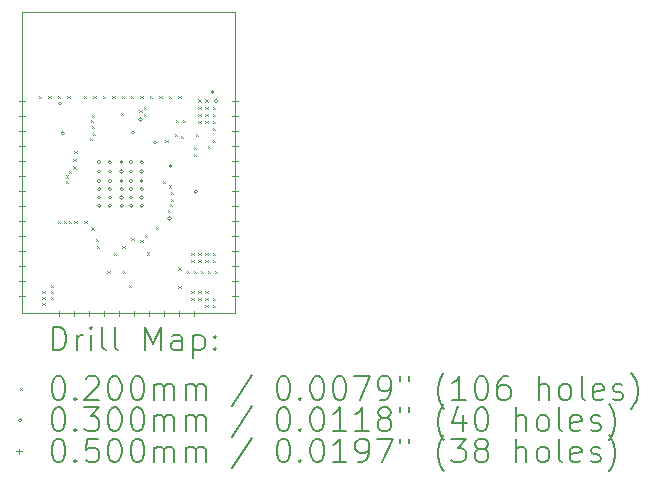
<source format=gbr>
%TF.GenerationSoftware,KiCad,Pcbnew,8.0.7*%
%TF.CreationDate,2025-03-21T18:26:34+05:30*%
%TF.ProjectId,ESP32,45535033-322e-46b6-9963-61645f706362,rev?*%
%TF.SameCoordinates,Original*%
%TF.FileFunction,Drillmap*%
%TF.FilePolarity,Positive*%
%FSLAX45Y45*%
G04 Gerber Fmt 4.5, Leading zero omitted, Abs format (unit mm)*
G04 Created by KiCad (PCBNEW 8.0.7) date 2025-03-21 18:26:34*
%MOMM*%
%LPD*%
G01*
G04 APERTURE LIST*
%ADD10C,0.050000*%
%ADD11C,0.200000*%
%ADD12C,0.100000*%
G04 APERTURE END LIST*
D10*
X11350000Y-7080000D02*
X13150000Y-7080000D01*
X13150000Y-9630000D01*
X11350000Y-9630000D01*
X11350000Y-7080000D01*
D11*
D12*
X11490000Y-7790000D02*
X11510000Y-7810000D01*
X11510000Y-7790000D02*
X11490000Y-7810000D01*
X11520000Y-9440000D02*
X11540000Y-9460000D01*
X11540000Y-9440000D02*
X11520000Y-9460000D01*
X11520000Y-9490000D02*
X11540000Y-9510000D01*
X11540000Y-9490000D02*
X11520000Y-9510000D01*
X11520000Y-9540000D02*
X11540000Y-9560000D01*
X11540000Y-9540000D02*
X11520000Y-9560000D01*
X11570000Y-7790000D02*
X11590000Y-7810000D01*
X11590000Y-7790000D02*
X11570000Y-7810000D01*
X11590000Y-9390000D02*
X11610000Y-9410000D01*
X11610000Y-9390000D02*
X11590000Y-9410000D01*
X11590000Y-9440000D02*
X11610000Y-9460000D01*
X11610000Y-9440000D02*
X11590000Y-9460000D01*
X11590000Y-9490000D02*
X11610000Y-9510000D01*
X11610000Y-9490000D02*
X11590000Y-9510000D01*
X11650000Y-7790000D02*
X11670000Y-7810000D01*
X11670000Y-7790000D02*
X11650000Y-7810000D01*
X11652000Y-8850000D02*
X11672000Y-8870000D01*
X11672000Y-8850000D02*
X11652000Y-8870000D01*
X11699000Y-8850000D02*
X11719000Y-8870000D01*
X11719000Y-8850000D02*
X11699000Y-8870000D01*
X11718949Y-8462759D02*
X11738949Y-8482759D01*
X11738949Y-8462759D02*
X11718949Y-8482759D01*
X11720018Y-8507747D02*
X11740018Y-8527747D01*
X11740018Y-8507747D02*
X11720018Y-8527747D01*
X11730000Y-7790000D02*
X11750000Y-7810000D01*
X11750000Y-7790000D02*
X11730000Y-7810000D01*
X11740586Y-8423302D02*
X11760586Y-8443302D01*
X11760586Y-8423302D02*
X11740586Y-8443302D01*
X11744000Y-8850000D02*
X11764000Y-8870000D01*
X11764000Y-8850000D02*
X11744000Y-8870000D01*
X11780000Y-8320000D02*
X11800000Y-8340000D01*
X11800000Y-8320000D02*
X11780000Y-8340000D01*
X11780000Y-8387000D02*
X11800000Y-8407000D01*
X11800000Y-8387000D02*
X11780000Y-8407000D01*
X11789001Y-8850000D02*
X11809001Y-8870000D01*
X11809001Y-8850000D02*
X11789001Y-8870000D01*
X11790224Y-8254776D02*
X11810224Y-8274776D01*
X11810224Y-8254776D02*
X11790224Y-8274776D01*
X11870000Y-7790000D02*
X11890000Y-7810000D01*
X11890000Y-7790000D02*
X11870000Y-7810000D01*
X11875000Y-8850000D02*
X11895000Y-8870000D01*
X11895000Y-8850000D02*
X11875000Y-8870000D01*
X11920000Y-8142756D02*
X11940000Y-8162756D01*
X11940000Y-8142756D02*
X11920000Y-8162756D01*
X11929559Y-7992772D02*
X11949559Y-8012772D01*
X11949559Y-7992772D02*
X11929559Y-8012772D01*
X11933000Y-8904000D02*
X11953000Y-8924000D01*
X11953000Y-8904000D02*
X11933000Y-8924000D01*
X11936649Y-8043351D02*
X11956649Y-8063351D01*
X11956649Y-8043351D02*
X11936649Y-8063351D01*
X11940000Y-7949000D02*
X11960000Y-7969000D01*
X11960000Y-7949000D02*
X11940000Y-7969000D01*
X11948151Y-8104256D02*
X11968151Y-8124256D01*
X11968151Y-8104256D02*
X11948151Y-8124256D01*
X11950000Y-7790000D02*
X11970000Y-7810000D01*
X11970000Y-7790000D02*
X11950000Y-7810000D01*
X11970466Y-9000467D02*
X11990466Y-9020467D01*
X11990466Y-9000467D02*
X11970466Y-9020467D01*
X11980000Y-9058000D02*
X12000000Y-9078000D01*
X12000000Y-9058000D02*
X11980000Y-9078000D01*
X12030000Y-7790000D02*
X12050000Y-7810000D01*
X12050000Y-7790000D02*
X12030000Y-7810000D01*
X12070000Y-9273500D02*
X12090000Y-9293500D01*
X12090000Y-9273500D02*
X12070000Y-9293500D01*
X12110000Y-7790000D02*
X12130000Y-7810000D01*
X12130000Y-7790000D02*
X12110000Y-7810000D01*
X12122000Y-9116000D02*
X12142000Y-9136000D01*
X12142000Y-9116000D02*
X12122000Y-9136000D01*
X12182000Y-7934000D02*
X12202000Y-7954000D01*
X12202000Y-7934000D02*
X12182000Y-7954000D01*
X12190000Y-7790000D02*
X12210000Y-7810000D01*
X12210000Y-7790000D02*
X12190000Y-7810000D01*
X12197000Y-9058000D02*
X12217000Y-9078000D01*
X12217000Y-9058000D02*
X12197000Y-9078000D01*
X12198000Y-9272000D02*
X12218000Y-9292000D01*
X12218000Y-9272000D02*
X12198000Y-9292000D01*
X12251741Y-9387259D02*
X12271741Y-9407259D01*
X12271741Y-9387259D02*
X12251741Y-9407259D01*
X12270000Y-7790000D02*
X12290000Y-7810000D01*
X12290000Y-7790000D02*
X12270000Y-7810000D01*
X12273500Y-8990000D02*
X12293500Y-9010000D01*
X12293500Y-8990000D02*
X12273500Y-9010000D01*
X12340000Y-7910000D02*
X12360000Y-7930000D01*
X12360000Y-7910000D02*
X12340000Y-7930000D01*
X12350000Y-7790000D02*
X12370000Y-7810000D01*
X12370000Y-7790000D02*
X12350000Y-7810000D01*
X12350000Y-9006000D02*
X12370000Y-9026000D01*
X12370000Y-9006000D02*
X12350000Y-9026000D01*
X12380000Y-7880000D02*
X12400000Y-7900000D01*
X12400000Y-7880000D02*
X12380000Y-7900000D01*
X12380000Y-7940000D02*
X12400000Y-7960000D01*
X12400000Y-7940000D02*
X12380000Y-7960000D01*
X12387000Y-8966000D02*
X12407000Y-8986000D01*
X12407000Y-8966000D02*
X12387000Y-8986000D01*
X12406000Y-9113000D02*
X12426000Y-9133000D01*
X12426000Y-9113000D02*
X12406000Y-9133000D01*
X12430000Y-7790000D02*
X12450000Y-7810000D01*
X12450000Y-7790000D02*
X12430000Y-7810000D01*
X12482000Y-8898000D02*
X12502000Y-8918000D01*
X12502000Y-8898000D02*
X12482000Y-8918000D01*
X12510000Y-7790000D02*
X12530000Y-7810000D01*
X12530000Y-7790000D02*
X12510000Y-7810000D01*
X12537000Y-8507000D02*
X12557000Y-8527000D01*
X12557000Y-8507000D02*
X12537000Y-8527000D01*
X12560000Y-8160000D02*
X12580000Y-8180000D01*
X12580000Y-8160000D02*
X12560000Y-8180000D01*
X12582000Y-8754000D02*
X12602000Y-8774000D01*
X12602000Y-8754000D02*
X12582000Y-8774000D01*
X12587551Y-8546998D02*
X12607551Y-8566998D01*
X12607551Y-8546998D02*
X12587551Y-8566998D01*
X12590000Y-7790000D02*
X12610000Y-7810000D01*
X12610000Y-7790000D02*
X12590000Y-7810000D01*
X12595616Y-8702026D02*
X12615616Y-8722026D01*
X12615616Y-8702026D02*
X12595616Y-8722026D01*
X12608800Y-8604553D02*
X12628800Y-8624553D01*
X12628800Y-8604553D02*
X12608800Y-8624553D01*
X12608800Y-8659000D02*
X12628800Y-8679000D01*
X12628800Y-8659000D02*
X12608800Y-8679000D01*
X12640000Y-8110000D02*
X12660000Y-8130000D01*
X12660000Y-8110000D02*
X12640000Y-8130000D01*
X12650000Y-7990000D02*
X12670000Y-8010000D01*
X12670000Y-7990000D02*
X12650000Y-8010000D01*
X12670000Y-7790000D02*
X12690000Y-7810000D01*
X12690000Y-7790000D02*
X12670000Y-7810000D01*
X12670000Y-9240000D02*
X12690000Y-9260000D01*
X12690000Y-9240000D02*
X12670000Y-9260000D01*
X12671000Y-9400500D02*
X12691000Y-9420500D01*
X12691000Y-9400500D02*
X12671000Y-9420500D01*
X12690000Y-8130000D02*
X12710000Y-8150000D01*
X12710000Y-8130000D02*
X12690000Y-8150000D01*
X12710000Y-7990000D02*
X12730000Y-8010000D01*
X12730000Y-7990000D02*
X12710000Y-8010000D01*
X12740000Y-9270000D02*
X12760000Y-9290000D01*
X12760000Y-9270000D02*
X12740000Y-9290000D01*
X12780000Y-9120000D02*
X12800000Y-9140000D01*
X12800000Y-9120000D02*
X12780000Y-9140000D01*
X12780000Y-9180000D02*
X12800000Y-9200000D01*
X12800000Y-9180000D02*
X12780000Y-9200000D01*
X12780000Y-9440000D02*
X12800000Y-9460000D01*
X12800000Y-9440000D02*
X12780000Y-9460000D01*
X12780000Y-9500000D02*
X12800000Y-9520000D01*
X12800000Y-9500000D02*
X12780000Y-9520000D01*
X12800000Y-8220000D02*
X12820000Y-8240000D01*
X12820000Y-8220000D02*
X12800000Y-8240000D01*
X12800000Y-8280000D02*
X12820000Y-8300000D01*
X12820000Y-8280000D02*
X12800000Y-8300000D01*
X12800000Y-9270000D02*
X12820000Y-9290000D01*
X12820000Y-9270000D02*
X12800000Y-9290000D01*
X12820000Y-8110000D02*
X12840000Y-8130000D01*
X12840000Y-8110000D02*
X12820000Y-8130000D01*
X12840000Y-7820000D02*
X12860000Y-7840000D01*
X12860000Y-7820000D02*
X12840000Y-7840000D01*
X12840000Y-7880000D02*
X12860000Y-7900000D01*
X12860000Y-7880000D02*
X12840000Y-7900000D01*
X12840000Y-7940000D02*
X12860000Y-7960000D01*
X12860000Y-7940000D02*
X12840000Y-7960000D01*
X12840000Y-8000000D02*
X12860000Y-8020000D01*
X12860000Y-8000000D02*
X12840000Y-8020000D01*
X12840000Y-9120000D02*
X12860000Y-9140000D01*
X12860000Y-9120000D02*
X12840000Y-9140000D01*
X12840000Y-9180000D02*
X12860000Y-9200000D01*
X12860000Y-9180000D02*
X12840000Y-9200000D01*
X12840000Y-9440000D02*
X12860000Y-9460000D01*
X12860000Y-9440000D02*
X12840000Y-9460000D01*
X12840000Y-9500000D02*
X12860000Y-9520000D01*
X12860000Y-9500000D02*
X12840000Y-9520000D01*
X12860000Y-9270000D02*
X12880000Y-9290000D01*
X12880000Y-9270000D02*
X12860000Y-9290000D01*
X12900000Y-7820000D02*
X12920000Y-7840000D01*
X12920000Y-7820000D02*
X12900000Y-7840000D01*
X12900000Y-7880000D02*
X12920000Y-7900000D01*
X12920000Y-7880000D02*
X12900000Y-7900000D01*
X12900000Y-7940000D02*
X12920000Y-7960000D01*
X12920000Y-7940000D02*
X12900000Y-7960000D01*
X12900000Y-8000000D02*
X12920000Y-8020000D01*
X12920000Y-8000000D02*
X12900000Y-8020000D01*
X12900000Y-9120000D02*
X12920000Y-9140000D01*
X12920000Y-9120000D02*
X12900000Y-9140000D01*
X12900000Y-9180000D02*
X12920000Y-9200000D01*
X12920000Y-9180000D02*
X12900000Y-9200000D01*
X12900000Y-9440000D02*
X12920000Y-9460000D01*
X12920000Y-9440000D02*
X12900000Y-9460000D01*
X12900000Y-9500000D02*
X12920000Y-9520000D01*
X12920000Y-9500000D02*
X12900000Y-9520000D01*
X12900000Y-9560000D02*
X12920000Y-9580000D01*
X12920000Y-9560000D02*
X12900000Y-9580000D01*
X12920000Y-8210000D02*
X12940000Y-8230000D01*
X12940000Y-8210000D02*
X12920000Y-8230000D01*
X12920000Y-9270000D02*
X12940000Y-9290000D01*
X12940000Y-9270000D02*
X12920000Y-9290000D01*
X12960000Y-7880000D02*
X12980000Y-7900000D01*
X12980000Y-7880000D02*
X12960000Y-7900000D01*
X12960000Y-7940000D02*
X12980000Y-7960000D01*
X12980000Y-7940000D02*
X12960000Y-7960000D01*
X12960000Y-8000000D02*
X12980000Y-8020000D01*
X12980000Y-8000000D02*
X12960000Y-8020000D01*
X12960000Y-8060000D02*
X12980000Y-8080000D01*
X12980000Y-8060000D02*
X12960000Y-8080000D01*
X12960000Y-8160000D02*
X12980000Y-8180000D01*
X12980000Y-8160000D02*
X12960000Y-8180000D01*
X12960000Y-9120000D02*
X12980000Y-9140000D01*
X12980000Y-9120000D02*
X12960000Y-9140000D01*
X12960000Y-9180000D02*
X12980000Y-9200000D01*
X12980000Y-9180000D02*
X12960000Y-9200000D01*
X12960000Y-9500000D02*
X12980000Y-9520000D01*
X12980000Y-9500000D02*
X12960000Y-9520000D01*
X12960000Y-9560000D02*
X12980000Y-9580000D01*
X12980000Y-9560000D02*
X12960000Y-9580000D01*
X12980000Y-9270000D02*
X13000000Y-9290000D01*
X13000000Y-9270000D02*
X12980000Y-9290000D01*
X11684000Y-7854000D02*
G75*
G02*
X11654000Y-7854000I-15000J0D01*
G01*
X11654000Y-7854000D02*
G75*
G02*
X11684000Y-7854000I15000J0D01*
G01*
X11705705Y-8105705D02*
G75*
G02*
X11675705Y-8105705I-15000J0D01*
G01*
X11675705Y-8105705D02*
G75*
G02*
X11705705Y-8105705I15000J0D01*
G01*
X12015000Y-8350000D02*
G75*
G02*
X11985000Y-8350000I-15000J0D01*
G01*
X11985000Y-8350000D02*
G75*
G02*
X12015000Y-8350000I15000J0D01*
G01*
X12015000Y-8430000D02*
G75*
G02*
X11985000Y-8430000I-15000J0D01*
G01*
X11985000Y-8430000D02*
G75*
G02*
X12015000Y-8430000I15000J0D01*
G01*
X12015000Y-8510000D02*
G75*
G02*
X11985000Y-8510000I-15000J0D01*
G01*
X11985000Y-8510000D02*
G75*
G02*
X12015000Y-8510000I15000J0D01*
G01*
X12015000Y-8580000D02*
G75*
G02*
X11985000Y-8580000I-15000J0D01*
G01*
X11985000Y-8580000D02*
G75*
G02*
X12015000Y-8580000I15000J0D01*
G01*
X12015000Y-8650000D02*
G75*
G02*
X11985000Y-8650000I-15000J0D01*
G01*
X11985000Y-8650000D02*
G75*
G02*
X12015000Y-8650000I15000J0D01*
G01*
X12015000Y-8720000D02*
G75*
G02*
X11985000Y-8720000I-15000J0D01*
G01*
X11985000Y-8720000D02*
G75*
G02*
X12015000Y-8720000I15000J0D01*
G01*
X12105000Y-8350000D02*
G75*
G02*
X12075000Y-8350000I-15000J0D01*
G01*
X12075000Y-8350000D02*
G75*
G02*
X12105000Y-8350000I15000J0D01*
G01*
X12105000Y-8430000D02*
G75*
G02*
X12075000Y-8430000I-15000J0D01*
G01*
X12075000Y-8430000D02*
G75*
G02*
X12105000Y-8430000I15000J0D01*
G01*
X12105000Y-8510000D02*
G75*
G02*
X12075000Y-8510000I-15000J0D01*
G01*
X12075000Y-8510000D02*
G75*
G02*
X12105000Y-8510000I15000J0D01*
G01*
X12105000Y-8580000D02*
G75*
G02*
X12075000Y-8580000I-15000J0D01*
G01*
X12075000Y-8580000D02*
G75*
G02*
X12105000Y-8580000I15000J0D01*
G01*
X12105000Y-8650000D02*
G75*
G02*
X12075000Y-8650000I-15000J0D01*
G01*
X12075000Y-8650000D02*
G75*
G02*
X12105000Y-8650000I15000J0D01*
G01*
X12105000Y-8720000D02*
G75*
G02*
X12075000Y-8720000I-15000J0D01*
G01*
X12075000Y-8720000D02*
G75*
G02*
X12105000Y-8720000I15000J0D01*
G01*
X12205000Y-8350000D02*
G75*
G02*
X12175000Y-8350000I-15000J0D01*
G01*
X12175000Y-8350000D02*
G75*
G02*
X12205000Y-8350000I15000J0D01*
G01*
X12205000Y-8430000D02*
G75*
G02*
X12175000Y-8430000I-15000J0D01*
G01*
X12175000Y-8430000D02*
G75*
G02*
X12205000Y-8430000I15000J0D01*
G01*
X12205000Y-8510000D02*
G75*
G02*
X12175000Y-8510000I-15000J0D01*
G01*
X12175000Y-8510000D02*
G75*
G02*
X12205000Y-8510000I15000J0D01*
G01*
X12205000Y-8580000D02*
G75*
G02*
X12175000Y-8580000I-15000J0D01*
G01*
X12175000Y-8580000D02*
G75*
G02*
X12205000Y-8580000I15000J0D01*
G01*
X12205000Y-8650000D02*
G75*
G02*
X12175000Y-8650000I-15000J0D01*
G01*
X12175000Y-8650000D02*
G75*
G02*
X12205000Y-8650000I15000J0D01*
G01*
X12205000Y-8720000D02*
G75*
G02*
X12175000Y-8720000I-15000J0D01*
G01*
X12175000Y-8720000D02*
G75*
G02*
X12205000Y-8720000I15000J0D01*
G01*
X12285000Y-8350000D02*
G75*
G02*
X12255000Y-8350000I-15000J0D01*
G01*
X12255000Y-8350000D02*
G75*
G02*
X12285000Y-8350000I15000J0D01*
G01*
X12285000Y-8430000D02*
G75*
G02*
X12255000Y-8430000I-15000J0D01*
G01*
X12255000Y-8430000D02*
G75*
G02*
X12285000Y-8430000I15000J0D01*
G01*
X12285000Y-8510000D02*
G75*
G02*
X12255000Y-8510000I-15000J0D01*
G01*
X12255000Y-8510000D02*
G75*
G02*
X12285000Y-8510000I15000J0D01*
G01*
X12285000Y-8580000D02*
G75*
G02*
X12255000Y-8580000I-15000J0D01*
G01*
X12255000Y-8580000D02*
G75*
G02*
X12285000Y-8580000I15000J0D01*
G01*
X12285000Y-8650000D02*
G75*
G02*
X12255000Y-8650000I-15000J0D01*
G01*
X12255000Y-8650000D02*
G75*
G02*
X12285000Y-8650000I15000J0D01*
G01*
X12285000Y-8720000D02*
G75*
G02*
X12255000Y-8720000I-15000J0D01*
G01*
X12255000Y-8720000D02*
G75*
G02*
X12285000Y-8720000I15000J0D01*
G01*
X12302000Y-8101000D02*
G75*
G02*
X12272000Y-8101000I-15000J0D01*
G01*
X12272000Y-8101000D02*
G75*
G02*
X12302000Y-8101000I15000J0D01*
G01*
X12363600Y-7990000D02*
G75*
G02*
X12333600Y-7990000I-15000J0D01*
G01*
X12333600Y-7990000D02*
G75*
G02*
X12363600Y-7990000I15000J0D01*
G01*
X12375000Y-8350000D02*
G75*
G02*
X12345000Y-8350000I-15000J0D01*
G01*
X12345000Y-8350000D02*
G75*
G02*
X12375000Y-8350000I15000J0D01*
G01*
X12375000Y-8430000D02*
G75*
G02*
X12345000Y-8430000I-15000J0D01*
G01*
X12345000Y-8430000D02*
G75*
G02*
X12375000Y-8430000I15000J0D01*
G01*
X12375000Y-8510000D02*
G75*
G02*
X12345000Y-8510000I-15000J0D01*
G01*
X12345000Y-8510000D02*
G75*
G02*
X12375000Y-8510000I15000J0D01*
G01*
X12375000Y-8580000D02*
G75*
G02*
X12345000Y-8580000I-15000J0D01*
G01*
X12345000Y-8580000D02*
G75*
G02*
X12375000Y-8580000I15000J0D01*
G01*
X12375000Y-8650000D02*
G75*
G02*
X12345000Y-8650000I-15000J0D01*
G01*
X12345000Y-8650000D02*
G75*
G02*
X12375000Y-8650000I15000J0D01*
G01*
X12375000Y-8720000D02*
G75*
G02*
X12345000Y-8720000I-15000J0D01*
G01*
X12345000Y-8720000D02*
G75*
G02*
X12375000Y-8720000I15000J0D01*
G01*
X12487000Y-8185000D02*
G75*
G02*
X12457000Y-8185000I-15000J0D01*
G01*
X12457000Y-8185000D02*
G75*
G02*
X12487000Y-8185000I15000J0D01*
G01*
X12610000Y-8828000D02*
G75*
G02*
X12580000Y-8828000I-15000J0D01*
G01*
X12580000Y-8828000D02*
G75*
G02*
X12610000Y-8828000I15000J0D01*
G01*
X12620000Y-8384000D02*
G75*
G02*
X12590000Y-8384000I-15000J0D01*
G01*
X12590000Y-8384000D02*
G75*
G02*
X12620000Y-8384000I15000J0D01*
G01*
X12832500Y-8602018D02*
G75*
G02*
X12802500Y-8602018I-15000J0D01*
G01*
X12802500Y-8602018D02*
G75*
G02*
X12832500Y-8602018I15000J0D01*
G01*
X12974000Y-7757000D02*
G75*
G02*
X12944000Y-7757000I-15000J0D01*
G01*
X12944000Y-7757000D02*
G75*
G02*
X12974000Y-7757000I15000J0D01*
G01*
X13005000Y-7832500D02*
G75*
G02*
X12975000Y-7832500I-15000J0D01*
G01*
X12975000Y-7832500D02*
G75*
G02*
X13005000Y-7832500I15000J0D01*
G01*
X11348000Y-7809000D02*
X11348000Y-7859000D01*
X11323000Y-7834000D02*
X11373000Y-7834000D01*
X11348000Y-7936000D02*
X11348000Y-7986000D01*
X11323000Y-7961000D02*
X11373000Y-7961000D01*
X11348000Y-8063000D02*
X11348000Y-8113000D01*
X11323000Y-8088000D02*
X11373000Y-8088000D01*
X11348000Y-8190000D02*
X11348000Y-8240000D01*
X11323000Y-8215000D02*
X11373000Y-8215000D01*
X11348000Y-8317000D02*
X11348000Y-8367000D01*
X11323000Y-8342000D02*
X11373000Y-8342000D01*
X11348000Y-8444000D02*
X11348000Y-8494000D01*
X11323000Y-8469000D02*
X11373000Y-8469000D01*
X11348000Y-8571000D02*
X11348000Y-8621000D01*
X11323000Y-8596000D02*
X11373000Y-8596000D01*
X11348000Y-8698000D02*
X11348000Y-8748000D01*
X11323000Y-8723000D02*
X11373000Y-8723000D01*
X11348000Y-8825000D02*
X11348000Y-8875000D01*
X11323000Y-8850000D02*
X11373000Y-8850000D01*
X11348000Y-8952000D02*
X11348000Y-9002000D01*
X11323000Y-8977000D02*
X11373000Y-8977000D01*
X11348000Y-9079000D02*
X11348000Y-9129000D01*
X11323000Y-9104000D02*
X11373000Y-9104000D01*
X11348000Y-9206000D02*
X11348000Y-9256000D01*
X11323000Y-9231000D02*
X11373000Y-9231000D01*
X11348000Y-9333000D02*
X11348000Y-9383000D01*
X11323000Y-9358000D02*
X11373000Y-9358000D01*
X11348000Y-9460000D02*
X11348000Y-9510000D01*
X11323000Y-9485000D02*
X11373000Y-9485000D01*
X11663000Y-9607000D02*
X11663000Y-9657000D01*
X11638000Y-9632000D02*
X11688000Y-9632000D01*
X11790000Y-9607000D02*
X11790000Y-9657000D01*
X11765000Y-9632000D02*
X11815000Y-9632000D01*
X11917000Y-9607000D02*
X11917000Y-9657000D01*
X11892000Y-9632000D02*
X11942000Y-9632000D01*
X12044000Y-9607000D02*
X12044000Y-9657000D01*
X12019000Y-9632000D02*
X12069000Y-9632000D01*
X12171000Y-9607000D02*
X12171000Y-9657000D01*
X12146000Y-9632000D02*
X12196000Y-9632000D01*
X12298000Y-9607000D02*
X12298000Y-9657000D01*
X12273000Y-9632000D02*
X12323000Y-9632000D01*
X12425000Y-9607000D02*
X12425000Y-9657000D01*
X12400000Y-9632000D02*
X12450000Y-9632000D01*
X12552000Y-9607000D02*
X12552000Y-9657000D01*
X12527000Y-9632000D02*
X12577000Y-9632000D01*
X12679000Y-9607000D02*
X12679000Y-9657000D01*
X12654000Y-9632000D02*
X12704000Y-9632000D01*
X12806000Y-9607000D02*
X12806000Y-9657000D01*
X12781000Y-9632000D02*
X12831000Y-9632000D01*
X13152000Y-7810000D02*
X13152000Y-7860000D01*
X13127000Y-7835000D02*
X13177000Y-7835000D01*
X13152000Y-7937000D02*
X13152000Y-7987000D01*
X13127000Y-7962000D02*
X13177000Y-7962000D01*
X13152000Y-8064000D02*
X13152000Y-8114000D01*
X13127000Y-8089000D02*
X13177000Y-8089000D01*
X13152000Y-8191000D02*
X13152000Y-8241000D01*
X13127000Y-8216000D02*
X13177000Y-8216000D01*
X13152000Y-8318000D02*
X13152000Y-8368000D01*
X13127000Y-8343000D02*
X13177000Y-8343000D01*
X13152000Y-8445000D02*
X13152000Y-8495000D01*
X13127000Y-8470000D02*
X13177000Y-8470000D01*
X13152000Y-8572000D02*
X13152000Y-8622000D01*
X13127000Y-8597000D02*
X13177000Y-8597000D01*
X13152000Y-8699000D02*
X13152000Y-8749000D01*
X13127000Y-8724000D02*
X13177000Y-8724000D01*
X13152000Y-8826000D02*
X13152000Y-8876000D01*
X13127000Y-8851000D02*
X13177000Y-8851000D01*
X13152000Y-8953000D02*
X13152000Y-9003000D01*
X13127000Y-8978000D02*
X13177000Y-8978000D01*
X13152000Y-9080000D02*
X13152000Y-9130000D01*
X13127000Y-9105000D02*
X13177000Y-9105000D01*
X13152000Y-9207000D02*
X13152000Y-9257000D01*
X13127000Y-9232000D02*
X13177000Y-9232000D01*
X13152000Y-9334000D02*
X13152000Y-9384000D01*
X13127000Y-9359000D02*
X13177000Y-9359000D01*
X13152000Y-9461000D02*
X13152000Y-9511000D01*
X13127000Y-9486000D02*
X13177000Y-9486000D01*
D11*
X11608277Y-9943984D02*
X11608277Y-9743984D01*
X11608277Y-9743984D02*
X11655896Y-9743984D01*
X11655896Y-9743984D02*
X11684467Y-9753508D01*
X11684467Y-9753508D02*
X11703515Y-9772555D01*
X11703515Y-9772555D02*
X11713039Y-9791603D01*
X11713039Y-9791603D02*
X11722562Y-9829698D01*
X11722562Y-9829698D02*
X11722562Y-9858270D01*
X11722562Y-9858270D02*
X11713039Y-9896365D01*
X11713039Y-9896365D02*
X11703515Y-9915412D01*
X11703515Y-9915412D02*
X11684467Y-9934460D01*
X11684467Y-9934460D02*
X11655896Y-9943984D01*
X11655896Y-9943984D02*
X11608277Y-9943984D01*
X11808277Y-9943984D02*
X11808277Y-9810650D01*
X11808277Y-9848746D02*
X11817801Y-9829698D01*
X11817801Y-9829698D02*
X11827324Y-9820174D01*
X11827324Y-9820174D02*
X11846372Y-9810650D01*
X11846372Y-9810650D02*
X11865420Y-9810650D01*
X11932086Y-9943984D02*
X11932086Y-9810650D01*
X11932086Y-9743984D02*
X11922562Y-9753508D01*
X11922562Y-9753508D02*
X11932086Y-9763031D01*
X11932086Y-9763031D02*
X11941610Y-9753508D01*
X11941610Y-9753508D02*
X11932086Y-9743984D01*
X11932086Y-9743984D02*
X11932086Y-9763031D01*
X12055896Y-9943984D02*
X12036848Y-9934460D01*
X12036848Y-9934460D02*
X12027324Y-9915412D01*
X12027324Y-9915412D02*
X12027324Y-9743984D01*
X12160658Y-9943984D02*
X12141610Y-9934460D01*
X12141610Y-9934460D02*
X12132086Y-9915412D01*
X12132086Y-9915412D02*
X12132086Y-9743984D01*
X12389229Y-9943984D02*
X12389229Y-9743984D01*
X12389229Y-9743984D02*
X12455896Y-9886841D01*
X12455896Y-9886841D02*
X12522562Y-9743984D01*
X12522562Y-9743984D02*
X12522562Y-9943984D01*
X12703515Y-9943984D02*
X12703515Y-9839222D01*
X12703515Y-9839222D02*
X12693991Y-9820174D01*
X12693991Y-9820174D02*
X12674943Y-9810650D01*
X12674943Y-9810650D02*
X12636848Y-9810650D01*
X12636848Y-9810650D02*
X12617801Y-9820174D01*
X12703515Y-9934460D02*
X12684467Y-9943984D01*
X12684467Y-9943984D02*
X12636848Y-9943984D01*
X12636848Y-9943984D02*
X12617801Y-9934460D01*
X12617801Y-9934460D02*
X12608277Y-9915412D01*
X12608277Y-9915412D02*
X12608277Y-9896365D01*
X12608277Y-9896365D02*
X12617801Y-9877317D01*
X12617801Y-9877317D02*
X12636848Y-9867793D01*
X12636848Y-9867793D02*
X12684467Y-9867793D01*
X12684467Y-9867793D02*
X12703515Y-9858270D01*
X12798753Y-9810650D02*
X12798753Y-10010650D01*
X12798753Y-9820174D02*
X12817801Y-9810650D01*
X12817801Y-9810650D02*
X12855896Y-9810650D01*
X12855896Y-9810650D02*
X12874943Y-9820174D01*
X12874943Y-9820174D02*
X12884467Y-9829698D01*
X12884467Y-9829698D02*
X12893991Y-9848746D01*
X12893991Y-9848746D02*
X12893991Y-9905889D01*
X12893991Y-9905889D02*
X12884467Y-9924936D01*
X12884467Y-9924936D02*
X12874943Y-9934460D01*
X12874943Y-9934460D02*
X12855896Y-9943984D01*
X12855896Y-9943984D02*
X12817801Y-9943984D01*
X12817801Y-9943984D02*
X12798753Y-9934460D01*
X12979705Y-9924936D02*
X12989229Y-9934460D01*
X12989229Y-9934460D02*
X12979705Y-9943984D01*
X12979705Y-9943984D02*
X12970182Y-9934460D01*
X12970182Y-9934460D02*
X12979705Y-9924936D01*
X12979705Y-9924936D02*
X12979705Y-9943984D01*
X12979705Y-9820174D02*
X12989229Y-9829698D01*
X12989229Y-9829698D02*
X12979705Y-9839222D01*
X12979705Y-9839222D02*
X12970182Y-9829698D01*
X12970182Y-9829698D02*
X12979705Y-9820174D01*
X12979705Y-9820174D02*
X12979705Y-9839222D01*
D12*
X11327500Y-10262500D02*
X11347500Y-10282500D01*
X11347500Y-10262500D02*
X11327500Y-10282500D01*
D11*
X11646372Y-10163984D02*
X11665420Y-10163984D01*
X11665420Y-10163984D02*
X11684467Y-10173508D01*
X11684467Y-10173508D02*
X11693991Y-10183031D01*
X11693991Y-10183031D02*
X11703515Y-10202079D01*
X11703515Y-10202079D02*
X11713039Y-10240174D01*
X11713039Y-10240174D02*
X11713039Y-10287793D01*
X11713039Y-10287793D02*
X11703515Y-10325889D01*
X11703515Y-10325889D02*
X11693991Y-10344936D01*
X11693991Y-10344936D02*
X11684467Y-10354460D01*
X11684467Y-10354460D02*
X11665420Y-10363984D01*
X11665420Y-10363984D02*
X11646372Y-10363984D01*
X11646372Y-10363984D02*
X11627324Y-10354460D01*
X11627324Y-10354460D02*
X11617801Y-10344936D01*
X11617801Y-10344936D02*
X11608277Y-10325889D01*
X11608277Y-10325889D02*
X11598753Y-10287793D01*
X11598753Y-10287793D02*
X11598753Y-10240174D01*
X11598753Y-10240174D02*
X11608277Y-10202079D01*
X11608277Y-10202079D02*
X11617801Y-10183031D01*
X11617801Y-10183031D02*
X11627324Y-10173508D01*
X11627324Y-10173508D02*
X11646372Y-10163984D01*
X11798753Y-10344936D02*
X11808277Y-10354460D01*
X11808277Y-10354460D02*
X11798753Y-10363984D01*
X11798753Y-10363984D02*
X11789229Y-10354460D01*
X11789229Y-10354460D02*
X11798753Y-10344936D01*
X11798753Y-10344936D02*
X11798753Y-10363984D01*
X11884467Y-10183031D02*
X11893991Y-10173508D01*
X11893991Y-10173508D02*
X11913039Y-10163984D01*
X11913039Y-10163984D02*
X11960658Y-10163984D01*
X11960658Y-10163984D02*
X11979705Y-10173508D01*
X11979705Y-10173508D02*
X11989229Y-10183031D01*
X11989229Y-10183031D02*
X11998753Y-10202079D01*
X11998753Y-10202079D02*
X11998753Y-10221127D01*
X11998753Y-10221127D02*
X11989229Y-10249698D01*
X11989229Y-10249698D02*
X11874943Y-10363984D01*
X11874943Y-10363984D02*
X11998753Y-10363984D01*
X12122562Y-10163984D02*
X12141610Y-10163984D01*
X12141610Y-10163984D02*
X12160658Y-10173508D01*
X12160658Y-10173508D02*
X12170182Y-10183031D01*
X12170182Y-10183031D02*
X12179705Y-10202079D01*
X12179705Y-10202079D02*
X12189229Y-10240174D01*
X12189229Y-10240174D02*
X12189229Y-10287793D01*
X12189229Y-10287793D02*
X12179705Y-10325889D01*
X12179705Y-10325889D02*
X12170182Y-10344936D01*
X12170182Y-10344936D02*
X12160658Y-10354460D01*
X12160658Y-10354460D02*
X12141610Y-10363984D01*
X12141610Y-10363984D02*
X12122562Y-10363984D01*
X12122562Y-10363984D02*
X12103515Y-10354460D01*
X12103515Y-10354460D02*
X12093991Y-10344936D01*
X12093991Y-10344936D02*
X12084467Y-10325889D01*
X12084467Y-10325889D02*
X12074943Y-10287793D01*
X12074943Y-10287793D02*
X12074943Y-10240174D01*
X12074943Y-10240174D02*
X12084467Y-10202079D01*
X12084467Y-10202079D02*
X12093991Y-10183031D01*
X12093991Y-10183031D02*
X12103515Y-10173508D01*
X12103515Y-10173508D02*
X12122562Y-10163984D01*
X12313039Y-10163984D02*
X12332086Y-10163984D01*
X12332086Y-10163984D02*
X12351134Y-10173508D01*
X12351134Y-10173508D02*
X12360658Y-10183031D01*
X12360658Y-10183031D02*
X12370182Y-10202079D01*
X12370182Y-10202079D02*
X12379705Y-10240174D01*
X12379705Y-10240174D02*
X12379705Y-10287793D01*
X12379705Y-10287793D02*
X12370182Y-10325889D01*
X12370182Y-10325889D02*
X12360658Y-10344936D01*
X12360658Y-10344936D02*
X12351134Y-10354460D01*
X12351134Y-10354460D02*
X12332086Y-10363984D01*
X12332086Y-10363984D02*
X12313039Y-10363984D01*
X12313039Y-10363984D02*
X12293991Y-10354460D01*
X12293991Y-10354460D02*
X12284467Y-10344936D01*
X12284467Y-10344936D02*
X12274943Y-10325889D01*
X12274943Y-10325889D02*
X12265420Y-10287793D01*
X12265420Y-10287793D02*
X12265420Y-10240174D01*
X12265420Y-10240174D02*
X12274943Y-10202079D01*
X12274943Y-10202079D02*
X12284467Y-10183031D01*
X12284467Y-10183031D02*
X12293991Y-10173508D01*
X12293991Y-10173508D02*
X12313039Y-10163984D01*
X12465420Y-10363984D02*
X12465420Y-10230650D01*
X12465420Y-10249698D02*
X12474943Y-10240174D01*
X12474943Y-10240174D02*
X12493991Y-10230650D01*
X12493991Y-10230650D02*
X12522563Y-10230650D01*
X12522563Y-10230650D02*
X12541610Y-10240174D01*
X12541610Y-10240174D02*
X12551134Y-10259222D01*
X12551134Y-10259222D02*
X12551134Y-10363984D01*
X12551134Y-10259222D02*
X12560658Y-10240174D01*
X12560658Y-10240174D02*
X12579705Y-10230650D01*
X12579705Y-10230650D02*
X12608277Y-10230650D01*
X12608277Y-10230650D02*
X12627324Y-10240174D01*
X12627324Y-10240174D02*
X12636848Y-10259222D01*
X12636848Y-10259222D02*
X12636848Y-10363984D01*
X12732086Y-10363984D02*
X12732086Y-10230650D01*
X12732086Y-10249698D02*
X12741610Y-10240174D01*
X12741610Y-10240174D02*
X12760658Y-10230650D01*
X12760658Y-10230650D02*
X12789229Y-10230650D01*
X12789229Y-10230650D02*
X12808277Y-10240174D01*
X12808277Y-10240174D02*
X12817801Y-10259222D01*
X12817801Y-10259222D02*
X12817801Y-10363984D01*
X12817801Y-10259222D02*
X12827324Y-10240174D01*
X12827324Y-10240174D02*
X12846372Y-10230650D01*
X12846372Y-10230650D02*
X12874943Y-10230650D01*
X12874943Y-10230650D02*
X12893991Y-10240174D01*
X12893991Y-10240174D02*
X12903515Y-10259222D01*
X12903515Y-10259222D02*
X12903515Y-10363984D01*
X13293991Y-10154460D02*
X13122563Y-10411603D01*
X13551134Y-10163984D02*
X13570182Y-10163984D01*
X13570182Y-10163984D02*
X13589229Y-10173508D01*
X13589229Y-10173508D02*
X13598753Y-10183031D01*
X13598753Y-10183031D02*
X13608277Y-10202079D01*
X13608277Y-10202079D02*
X13617801Y-10240174D01*
X13617801Y-10240174D02*
X13617801Y-10287793D01*
X13617801Y-10287793D02*
X13608277Y-10325889D01*
X13608277Y-10325889D02*
X13598753Y-10344936D01*
X13598753Y-10344936D02*
X13589229Y-10354460D01*
X13589229Y-10354460D02*
X13570182Y-10363984D01*
X13570182Y-10363984D02*
X13551134Y-10363984D01*
X13551134Y-10363984D02*
X13532086Y-10354460D01*
X13532086Y-10354460D02*
X13522563Y-10344936D01*
X13522563Y-10344936D02*
X13513039Y-10325889D01*
X13513039Y-10325889D02*
X13503515Y-10287793D01*
X13503515Y-10287793D02*
X13503515Y-10240174D01*
X13503515Y-10240174D02*
X13513039Y-10202079D01*
X13513039Y-10202079D02*
X13522563Y-10183031D01*
X13522563Y-10183031D02*
X13532086Y-10173508D01*
X13532086Y-10173508D02*
X13551134Y-10163984D01*
X13703515Y-10344936D02*
X13713039Y-10354460D01*
X13713039Y-10354460D02*
X13703515Y-10363984D01*
X13703515Y-10363984D02*
X13693991Y-10354460D01*
X13693991Y-10354460D02*
X13703515Y-10344936D01*
X13703515Y-10344936D02*
X13703515Y-10363984D01*
X13836848Y-10163984D02*
X13855896Y-10163984D01*
X13855896Y-10163984D02*
X13874944Y-10173508D01*
X13874944Y-10173508D02*
X13884467Y-10183031D01*
X13884467Y-10183031D02*
X13893991Y-10202079D01*
X13893991Y-10202079D02*
X13903515Y-10240174D01*
X13903515Y-10240174D02*
X13903515Y-10287793D01*
X13903515Y-10287793D02*
X13893991Y-10325889D01*
X13893991Y-10325889D02*
X13884467Y-10344936D01*
X13884467Y-10344936D02*
X13874944Y-10354460D01*
X13874944Y-10354460D02*
X13855896Y-10363984D01*
X13855896Y-10363984D02*
X13836848Y-10363984D01*
X13836848Y-10363984D02*
X13817801Y-10354460D01*
X13817801Y-10354460D02*
X13808277Y-10344936D01*
X13808277Y-10344936D02*
X13798753Y-10325889D01*
X13798753Y-10325889D02*
X13789229Y-10287793D01*
X13789229Y-10287793D02*
X13789229Y-10240174D01*
X13789229Y-10240174D02*
X13798753Y-10202079D01*
X13798753Y-10202079D02*
X13808277Y-10183031D01*
X13808277Y-10183031D02*
X13817801Y-10173508D01*
X13817801Y-10173508D02*
X13836848Y-10163984D01*
X14027325Y-10163984D02*
X14046372Y-10163984D01*
X14046372Y-10163984D02*
X14065420Y-10173508D01*
X14065420Y-10173508D02*
X14074944Y-10183031D01*
X14074944Y-10183031D02*
X14084467Y-10202079D01*
X14084467Y-10202079D02*
X14093991Y-10240174D01*
X14093991Y-10240174D02*
X14093991Y-10287793D01*
X14093991Y-10287793D02*
X14084467Y-10325889D01*
X14084467Y-10325889D02*
X14074944Y-10344936D01*
X14074944Y-10344936D02*
X14065420Y-10354460D01*
X14065420Y-10354460D02*
X14046372Y-10363984D01*
X14046372Y-10363984D02*
X14027325Y-10363984D01*
X14027325Y-10363984D02*
X14008277Y-10354460D01*
X14008277Y-10354460D02*
X13998753Y-10344936D01*
X13998753Y-10344936D02*
X13989229Y-10325889D01*
X13989229Y-10325889D02*
X13979706Y-10287793D01*
X13979706Y-10287793D02*
X13979706Y-10240174D01*
X13979706Y-10240174D02*
X13989229Y-10202079D01*
X13989229Y-10202079D02*
X13998753Y-10183031D01*
X13998753Y-10183031D02*
X14008277Y-10173508D01*
X14008277Y-10173508D02*
X14027325Y-10163984D01*
X14160658Y-10163984D02*
X14293991Y-10163984D01*
X14293991Y-10163984D02*
X14208277Y-10363984D01*
X14379706Y-10363984D02*
X14417801Y-10363984D01*
X14417801Y-10363984D02*
X14436848Y-10354460D01*
X14436848Y-10354460D02*
X14446372Y-10344936D01*
X14446372Y-10344936D02*
X14465420Y-10316365D01*
X14465420Y-10316365D02*
X14474944Y-10278270D01*
X14474944Y-10278270D02*
X14474944Y-10202079D01*
X14474944Y-10202079D02*
X14465420Y-10183031D01*
X14465420Y-10183031D02*
X14455896Y-10173508D01*
X14455896Y-10173508D02*
X14436848Y-10163984D01*
X14436848Y-10163984D02*
X14398753Y-10163984D01*
X14398753Y-10163984D02*
X14379706Y-10173508D01*
X14379706Y-10173508D02*
X14370182Y-10183031D01*
X14370182Y-10183031D02*
X14360658Y-10202079D01*
X14360658Y-10202079D02*
X14360658Y-10249698D01*
X14360658Y-10249698D02*
X14370182Y-10268746D01*
X14370182Y-10268746D02*
X14379706Y-10278270D01*
X14379706Y-10278270D02*
X14398753Y-10287793D01*
X14398753Y-10287793D02*
X14436848Y-10287793D01*
X14436848Y-10287793D02*
X14455896Y-10278270D01*
X14455896Y-10278270D02*
X14465420Y-10268746D01*
X14465420Y-10268746D02*
X14474944Y-10249698D01*
X14551134Y-10163984D02*
X14551134Y-10202079D01*
X14627325Y-10163984D02*
X14627325Y-10202079D01*
X14922563Y-10440174D02*
X14913039Y-10430650D01*
X14913039Y-10430650D02*
X14893991Y-10402079D01*
X14893991Y-10402079D02*
X14884468Y-10383031D01*
X14884468Y-10383031D02*
X14874944Y-10354460D01*
X14874944Y-10354460D02*
X14865420Y-10306841D01*
X14865420Y-10306841D02*
X14865420Y-10268746D01*
X14865420Y-10268746D02*
X14874944Y-10221127D01*
X14874944Y-10221127D02*
X14884468Y-10192555D01*
X14884468Y-10192555D02*
X14893991Y-10173508D01*
X14893991Y-10173508D02*
X14913039Y-10144936D01*
X14913039Y-10144936D02*
X14922563Y-10135412D01*
X15103515Y-10363984D02*
X14989229Y-10363984D01*
X15046372Y-10363984D02*
X15046372Y-10163984D01*
X15046372Y-10163984D02*
X15027325Y-10192555D01*
X15027325Y-10192555D02*
X15008277Y-10211603D01*
X15008277Y-10211603D02*
X14989229Y-10221127D01*
X15227325Y-10163984D02*
X15246372Y-10163984D01*
X15246372Y-10163984D02*
X15265420Y-10173508D01*
X15265420Y-10173508D02*
X15274944Y-10183031D01*
X15274944Y-10183031D02*
X15284468Y-10202079D01*
X15284468Y-10202079D02*
X15293991Y-10240174D01*
X15293991Y-10240174D02*
X15293991Y-10287793D01*
X15293991Y-10287793D02*
X15284468Y-10325889D01*
X15284468Y-10325889D02*
X15274944Y-10344936D01*
X15274944Y-10344936D02*
X15265420Y-10354460D01*
X15265420Y-10354460D02*
X15246372Y-10363984D01*
X15246372Y-10363984D02*
X15227325Y-10363984D01*
X15227325Y-10363984D02*
X15208277Y-10354460D01*
X15208277Y-10354460D02*
X15198753Y-10344936D01*
X15198753Y-10344936D02*
X15189229Y-10325889D01*
X15189229Y-10325889D02*
X15179706Y-10287793D01*
X15179706Y-10287793D02*
X15179706Y-10240174D01*
X15179706Y-10240174D02*
X15189229Y-10202079D01*
X15189229Y-10202079D02*
X15198753Y-10183031D01*
X15198753Y-10183031D02*
X15208277Y-10173508D01*
X15208277Y-10173508D02*
X15227325Y-10163984D01*
X15465420Y-10163984D02*
X15427325Y-10163984D01*
X15427325Y-10163984D02*
X15408277Y-10173508D01*
X15408277Y-10173508D02*
X15398753Y-10183031D01*
X15398753Y-10183031D02*
X15379706Y-10211603D01*
X15379706Y-10211603D02*
X15370182Y-10249698D01*
X15370182Y-10249698D02*
X15370182Y-10325889D01*
X15370182Y-10325889D02*
X15379706Y-10344936D01*
X15379706Y-10344936D02*
X15389229Y-10354460D01*
X15389229Y-10354460D02*
X15408277Y-10363984D01*
X15408277Y-10363984D02*
X15446372Y-10363984D01*
X15446372Y-10363984D02*
X15465420Y-10354460D01*
X15465420Y-10354460D02*
X15474944Y-10344936D01*
X15474944Y-10344936D02*
X15484468Y-10325889D01*
X15484468Y-10325889D02*
X15484468Y-10278270D01*
X15484468Y-10278270D02*
X15474944Y-10259222D01*
X15474944Y-10259222D02*
X15465420Y-10249698D01*
X15465420Y-10249698D02*
X15446372Y-10240174D01*
X15446372Y-10240174D02*
X15408277Y-10240174D01*
X15408277Y-10240174D02*
X15389229Y-10249698D01*
X15389229Y-10249698D02*
X15379706Y-10259222D01*
X15379706Y-10259222D02*
X15370182Y-10278270D01*
X15722563Y-10363984D02*
X15722563Y-10163984D01*
X15808277Y-10363984D02*
X15808277Y-10259222D01*
X15808277Y-10259222D02*
X15798753Y-10240174D01*
X15798753Y-10240174D02*
X15779706Y-10230650D01*
X15779706Y-10230650D02*
X15751134Y-10230650D01*
X15751134Y-10230650D02*
X15732087Y-10240174D01*
X15732087Y-10240174D02*
X15722563Y-10249698D01*
X15932087Y-10363984D02*
X15913039Y-10354460D01*
X15913039Y-10354460D02*
X15903515Y-10344936D01*
X15903515Y-10344936D02*
X15893991Y-10325889D01*
X15893991Y-10325889D02*
X15893991Y-10268746D01*
X15893991Y-10268746D02*
X15903515Y-10249698D01*
X15903515Y-10249698D02*
X15913039Y-10240174D01*
X15913039Y-10240174D02*
X15932087Y-10230650D01*
X15932087Y-10230650D02*
X15960658Y-10230650D01*
X15960658Y-10230650D02*
X15979706Y-10240174D01*
X15979706Y-10240174D02*
X15989230Y-10249698D01*
X15989230Y-10249698D02*
X15998753Y-10268746D01*
X15998753Y-10268746D02*
X15998753Y-10325889D01*
X15998753Y-10325889D02*
X15989230Y-10344936D01*
X15989230Y-10344936D02*
X15979706Y-10354460D01*
X15979706Y-10354460D02*
X15960658Y-10363984D01*
X15960658Y-10363984D02*
X15932087Y-10363984D01*
X16113039Y-10363984D02*
X16093991Y-10354460D01*
X16093991Y-10354460D02*
X16084468Y-10335412D01*
X16084468Y-10335412D02*
X16084468Y-10163984D01*
X16265420Y-10354460D02*
X16246372Y-10363984D01*
X16246372Y-10363984D02*
X16208277Y-10363984D01*
X16208277Y-10363984D02*
X16189230Y-10354460D01*
X16189230Y-10354460D02*
X16179706Y-10335412D01*
X16179706Y-10335412D02*
X16179706Y-10259222D01*
X16179706Y-10259222D02*
X16189230Y-10240174D01*
X16189230Y-10240174D02*
X16208277Y-10230650D01*
X16208277Y-10230650D02*
X16246372Y-10230650D01*
X16246372Y-10230650D02*
X16265420Y-10240174D01*
X16265420Y-10240174D02*
X16274944Y-10259222D01*
X16274944Y-10259222D02*
X16274944Y-10278270D01*
X16274944Y-10278270D02*
X16179706Y-10297317D01*
X16351134Y-10354460D02*
X16370182Y-10363984D01*
X16370182Y-10363984D02*
X16408277Y-10363984D01*
X16408277Y-10363984D02*
X16427325Y-10354460D01*
X16427325Y-10354460D02*
X16436849Y-10335412D01*
X16436849Y-10335412D02*
X16436849Y-10325889D01*
X16436849Y-10325889D02*
X16427325Y-10306841D01*
X16427325Y-10306841D02*
X16408277Y-10297317D01*
X16408277Y-10297317D02*
X16379706Y-10297317D01*
X16379706Y-10297317D02*
X16360658Y-10287793D01*
X16360658Y-10287793D02*
X16351134Y-10268746D01*
X16351134Y-10268746D02*
X16351134Y-10259222D01*
X16351134Y-10259222D02*
X16360658Y-10240174D01*
X16360658Y-10240174D02*
X16379706Y-10230650D01*
X16379706Y-10230650D02*
X16408277Y-10230650D01*
X16408277Y-10230650D02*
X16427325Y-10240174D01*
X16503515Y-10440174D02*
X16513039Y-10430650D01*
X16513039Y-10430650D02*
X16532087Y-10402079D01*
X16532087Y-10402079D02*
X16541611Y-10383031D01*
X16541611Y-10383031D02*
X16551134Y-10354460D01*
X16551134Y-10354460D02*
X16560658Y-10306841D01*
X16560658Y-10306841D02*
X16560658Y-10268746D01*
X16560658Y-10268746D02*
X16551134Y-10221127D01*
X16551134Y-10221127D02*
X16541611Y-10192555D01*
X16541611Y-10192555D02*
X16532087Y-10173508D01*
X16532087Y-10173508D02*
X16513039Y-10144936D01*
X16513039Y-10144936D02*
X16503515Y-10135412D01*
D12*
X11347500Y-10536500D02*
G75*
G02*
X11317500Y-10536500I-15000J0D01*
G01*
X11317500Y-10536500D02*
G75*
G02*
X11347500Y-10536500I15000J0D01*
G01*
D11*
X11646372Y-10427984D02*
X11665420Y-10427984D01*
X11665420Y-10427984D02*
X11684467Y-10437508D01*
X11684467Y-10437508D02*
X11693991Y-10447031D01*
X11693991Y-10447031D02*
X11703515Y-10466079D01*
X11703515Y-10466079D02*
X11713039Y-10504174D01*
X11713039Y-10504174D02*
X11713039Y-10551793D01*
X11713039Y-10551793D02*
X11703515Y-10589889D01*
X11703515Y-10589889D02*
X11693991Y-10608936D01*
X11693991Y-10608936D02*
X11684467Y-10618460D01*
X11684467Y-10618460D02*
X11665420Y-10627984D01*
X11665420Y-10627984D02*
X11646372Y-10627984D01*
X11646372Y-10627984D02*
X11627324Y-10618460D01*
X11627324Y-10618460D02*
X11617801Y-10608936D01*
X11617801Y-10608936D02*
X11608277Y-10589889D01*
X11608277Y-10589889D02*
X11598753Y-10551793D01*
X11598753Y-10551793D02*
X11598753Y-10504174D01*
X11598753Y-10504174D02*
X11608277Y-10466079D01*
X11608277Y-10466079D02*
X11617801Y-10447031D01*
X11617801Y-10447031D02*
X11627324Y-10437508D01*
X11627324Y-10437508D02*
X11646372Y-10427984D01*
X11798753Y-10608936D02*
X11808277Y-10618460D01*
X11808277Y-10618460D02*
X11798753Y-10627984D01*
X11798753Y-10627984D02*
X11789229Y-10618460D01*
X11789229Y-10618460D02*
X11798753Y-10608936D01*
X11798753Y-10608936D02*
X11798753Y-10627984D01*
X11874943Y-10427984D02*
X11998753Y-10427984D01*
X11998753Y-10427984D02*
X11932086Y-10504174D01*
X11932086Y-10504174D02*
X11960658Y-10504174D01*
X11960658Y-10504174D02*
X11979705Y-10513698D01*
X11979705Y-10513698D02*
X11989229Y-10523222D01*
X11989229Y-10523222D02*
X11998753Y-10542270D01*
X11998753Y-10542270D02*
X11998753Y-10589889D01*
X11998753Y-10589889D02*
X11989229Y-10608936D01*
X11989229Y-10608936D02*
X11979705Y-10618460D01*
X11979705Y-10618460D02*
X11960658Y-10627984D01*
X11960658Y-10627984D02*
X11903515Y-10627984D01*
X11903515Y-10627984D02*
X11884467Y-10618460D01*
X11884467Y-10618460D02*
X11874943Y-10608936D01*
X12122562Y-10427984D02*
X12141610Y-10427984D01*
X12141610Y-10427984D02*
X12160658Y-10437508D01*
X12160658Y-10437508D02*
X12170182Y-10447031D01*
X12170182Y-10447031D02*
X12179705Y-10466079D01*
X12179705Y-10466079D02*
X12189229Y-10504174D01*
X12189229Y-10504174D02*
X12189229Y-10551793D01*
X12189229Y-10551793D02*
X12179705Y-10589889D01*
X12179705Y-10589889D02*
X12170182Y-10608936D01*
X12170182Y-10608936D02*
X12160658Y-10618460D01*
X12160658Y-10618460D02*
X12141610Y-10627984D01*
X12141610Y-10627984D02*
X12122562Y-10627984D01*
X12122562Y-10627984D02*
X12103515Y-10618460D01*
X12103515Y-10618460D02*
X12093991Y-10608936D01*
X12093991Y-10608936D02*
X12084467Y-10589889D01*
X12084467Y-10589889D02*
X12074943Y-10551793D01*
X12074943Y-10551793D02*
X12074943Y-10504174D01*
X12074943Y-10504174D02*
X12084467Y-10466079D01*
X12084467Y-10466079D02*
X12093991Y-10447031D01*
X12093991Y-10447031D02*
X12103515Y-10437508D01*
X12103515Y-10437508D02*
X12122562Y-10427984D01*
X12313039Y-10427984D02*
X12332086Y-10427984D01*
X12332086Y-10427984D02*
X12351134Y-10437508D01*
X12351134Y-10437508D02*
X12360658Y-10447031D01*
X12360658Y-10447031D02*
X12370182Y-10466079D01*
X12370182Y-10466079D02*
X12379705Y-10504174D01*
X12379705Y-10504174D02*
X12379705Y-10551793D01*
X12379705Y-10551793D02*
X12370182Y-10589889D01*
X12370182Y-10589889D02*
X12360658Y-10608936D01*
X12360658Y-10608936D02*
X12351134Y-10618460D01*
X12351134Y-10618460D02*
X12332086Y-10627984D01*
X12332086Y-10627984D02*
X12313039Y-10627984D01*
X12313039Y-10627984D02*
X12293991Y-10618460D01*
X12293991Y-10618460D02*
X12284467Y-10608936D01*
X12284467Y-10608936D02*
X12274943Y-10589889D01*
X12274943Y-10589889D02*
X12265420Y-10551793D01*
X12265420Y-10551793D02*
X12265420Y-10504174D01*
X12265420Y-10504174D02*
X12274943Y-10466079D01*
X12274943Y-10466079D02*
X12284467Y-10447031D01*
X12284467Y-10447031D02*
X12293991Y-10437508D01*
X12293991Y-10437508D02*
X12313039Y-10427984D01*
X12465420Y-10627984D02*
X12465420Y-10494650D01*
X12465420Y-10513698D02*
X12474943Y-10504174D01*
X12474943Y-10504174D02*
X12493991Y-10494650D01*
X12493991Y-10494650D02*
X12522563Y-10494650D01*
X12522563Y-10494650D02*
X12541610Y-10504174D01*
X12541610Y-10504174D02*
X12551134Y-10523222D01*
X12551134Y-10523222D02*
X12551134Y-10627984D01*
X12551134Y-10523222D02*
X12560658Y-10504174D01*
X12560658Y-10504174D02*
X12579705Y-10494650D01*
X12579705Y-10494650D02*
X12608277Y-10494650D01*
X12608277Y-10494650D02*
X12627324Y-10504174D01*
X12627324Y-10504174D02*
X12636848Y-10523222D01*
X12636848Y-10523222D02*
X12636848Y-10627984D01*
X12732086Y-10627984D02*
X12732086Y-10494650D01*
X12732086Y-10513698D02*
X12741610Y-10504174D01*
X12741610Y-10504174D02*
X12760658Y-10494650D01*
X12760658Y-10494650D02*
X12789229Y-10494650D01*
X12789229Y-10494650D02*
X12808277Y-10504174D01*
X12808277Y-10504174D02*
X12817801Y-10523222D01*
X12817801Y-10523222D02*
X12817801Y-10627984D01*
X12817801Y-10523222D02*
X12827324Y-10504174D01*
X12827324Y-10504174D02*
X12846372Y-10494650D01*
X12846372Y-10494650D02*
X12874943Y-10494650D01*
X12874943Y-10494650D02*
X12893991Y-10504174D01*
X12893991Y-10504174D02*
X12903515Y-10523222D01*
X12903515Y-10523222D02*
X12903515Y-10627984D01*
X13293991Y-10418460D02*
X13122563Y-10675603D01*
X13551134Y-10427984D02*
X13570182Y-10427984D01*
X13570182Y-10427984D02*
X13589229Y-10437508D01*
X13589229Y-10437508D02*
X13598753Y-10447031D01*
X13598753Y-10447031D02*
X13608277Y-10466079D01*
X13608277Y-10466079D02*
X13617801Y-10504174D01*
X13617801Y-10504174D02*
X13617801Y-10551793D01*
X13617801Y-10551793D02*
X13608277Y-10589889D01*
X13608277Y-10589889D02*
X13598753Y-10608936D01*
X13598753Y-10608936D02*
X13589229Y-10618460D01*
X13589229Y-10618460D02*
X13570182Y-10627984D01*
X13570182Y-10627984D02*
X13551134Y-10627984D01*
X13551134Y-10627984D02*
X13532086Y-10618460D01*
X13532086Y-10618460D02*
X13522563Y-10608936D01*
X13522563Y-10608936D02*
X13513039Y-10589889D01*
X13513039Y-10589889D02*
X13503515Y-10551793D01*
X13503515Y-10551793D02*
X13503515Y-10504174D01*
X13503515Y-10504174D02*
X13513039Y-10466079D01*
X13513039Y-10466079D02*
X13522563Y-10447031D01*
X13522563Y-10447031D02*
X13532086Y-10437508D01*
X13532086Y-10437508D02*
X13551134Y-10427984D01*
X13703515Y-10608936D02*
X13713039Y-10618460D01*
X13713039Y-10618460D02*
X13703515Y-10627984D01*
X13703515Y-10627984D02*
X13693991Y-10618460D01*
X13693991Y-10618460D02*
X13703515Y-10608936D01*
X13703515Y-10608936D02*
X13703515Y-10627984D01*
X13836848Y-10427984D02*
X13855896Y-10427984D01*
X13855896Y-10427984D02*
X13874944Y-10437508D01*
X13874944Y-10437508D02*
X13884467Y-10447031D01*
X13884467Y-10447031D02*
X13893991Y-10466079D01*
X13893991Y-10466079D02*
X13903515Y-10504174D01*
X13903515Y-10504174D02*
X13903515Y-10551793D01*
X13903515Y-10551793D02*
X13893991Y-10589889D01*
X13893991Y-10589889D02*
X13884467Y-10608936D01*
X13884467Y-10608936D02*
X13874944Y-10618460D01*
X13874944Y-10618460D02*
X13855896Y-10627984D01*
X13855896Y-10627984D02*
X13836848Y-10627984D01*
X13836848Y-10627984D02*
X13817801Y-10618460D01*
X13817801Y-10618460D02*
X13808277Y-10608936D01*
X13808277Y-10608936D02*
X13798753Y-10589889D01*
X13798753Y-10589889D02*
X13789229Y-10551793D01*
X13789229Y-10551793D02*
X13789229Y-10504174D01*
X13789229Y-10504174D02*
X13798753Y-10466079D01*
X13798753Y-10466079D02*
X13808277Y-10447031D01*
X13808277Y-10447031D02*
X13817801Y-10437508D01*
X13817801Y-10437508D02*
X13836848Y-10427984D01*
X14093991Y-10627984D02*
X13979706Y-10627984D01*
X14036848Y-10627984D02*
X14036848Y-10427984D01*
X14036848Y-10427984D02*
X14017801Y-10456555D01*
X14017801Y-10456555D02*
X13998753Y-10475603D01*
X13998753Y-10475603D02*
X13979706Y-10485127D01*
X14284467Y-10627984D02*
X14170182Y-10627984D01*
X14227325Y-10627984D02*
X14227325Y-10427984D01*
X14227325Y-10427984D02*
X14208277Y-10456555D01*
X14208277Y-10456555D02*
X14189229Y-10475603D01*
X14189229Y-10475603D02*
X14170182Y-10485127D01*
X14398753Y-10513698D02*
X14379706Y-10504174D01*
X14379706Y-10504174D02*
X14370182Y-10494650D01*
X14370182Y-10494650D02*
X14360658Y-10475603D01*
X14360658Y-10475603D02*
X14360658Y-10466079D01*
X14360658Y-10466079D02*
X14370182Y-10447031D01*
X14370182Y-10447031D02*
X14379706Y-10437508D01*
X14379706Y-10437508D02*
X14398753Y-10427984D01*
X14398753Y-10427984D02*
X14436848Y-10427984D01*
X14436848Y-10427984D02*
X14455896Y-10437508D01*
X14455896Y-10437508D02*
X14465420Y-10447031D01*
X14465420Y-10447031D02*
X14474944Y-10466079D01*
X14474944Y-10466079D02*
X14474944Y-10475603D01*
X14474944Y-10475603D02*
X14465420Y-10494650D01*
X14465420Y-10494650D02*
X14455896Y-10504174D01*
X14455896Y-10504174D02*
X14436848Y-10513698D01*
X14436848Y-10513698D02*
X14398753Y-10513698D01*
X14398753Y-10513698D02*
X14379706Y-10523222D01*
X14379706Y-10523222D02*
X14370182Y-10532746D01*
X14370182Y-10532746D02*
X14360658Y-10551793D01*
X14360658Y-10551793D02*
X14360658Y-10589889D01*
X14360658Y-10589889D02*
X14370182Y-10608936D01*
X14370182Y-10608936D02*
X14379706Y-10618460D01*
X14379706Y-10618460D02*
X14398753Y-10627984D01*
X14398753Y-10627984D02*
X14436848Y-10627984D01*
X14436848Y-10627984D02*
X14455896Y-10618460D01*
X14455896Y-10618460D02*
X14465420Y-10608936D01*
X14465420Y-10608936D02*
X14474944Y-10589889D01*
X14474944Y-10589889D02*
X14474944Y-10551793D01*
X14474944Y-10551793D02*
X14465420Y-10532746D01*
X14465420Y-10532746D02*
X14455896Y-10523222D01*
X14455896Y-10523222D02*
X14436848Y-10513698D01*
X14551134Y-10427984D02*
X14551134Y-10466079D01*
X14627325Y-10427984D02*
X14627325Y-10466079D01*
X14922563Y-10704174D02*
X14913039Y-10694650D01*
X14913039Y-10694650D02*
X14893991Y-10666079D01*
X14893991Y-10666079D02*
X14884468Y-10647031D01*
X14884468Y-10647031D02*
X14874944Y-10618460D01*
X14874944Y-10618460D02*
X14865420Y-10570841D01*
X14865420Y-10570841D02*
X14865420Y-10532746D01*
X14865420Y-10532746D02*
X14874944Y-10485127D01*
X14874944Y-10485127D02*
X14884468Y-10456555D01*
X14884468Y-10456555D02*
X14893991Y-10437508D01*
X14893991Y-10437508D02*
X14913039Y-10408936D01*
X14913039Y-10408936D02*
X14922563Y-10399412D01*
X15084468Y-10494650D02*
X15084468Y-10627984D01*
X15036848Y-10418460D02*
X14989229Y-10561317D01*
X14989229Y-10561317D02*
X15113039Y-10561317D01*
X15227325Y-10427984D02*
X15246372Y-10427984D01*
X15246372Y-10427984D02*
X15265420Y-10437508D01*
X15265420Y-10437508D02*
X15274944Y-10447031D01*
X15274944Y-10447031D02*
X15284468Y-10466079D01*
X15284468Y-10466079D02*
X15293991Y-10504174D01*
X15293991Y-10504174D02*
X15293991Y-10551793D01*
X15293991Y-10551793D02*
X15284468Y-10589889D01*
X15284468Y-10589889D02*
X15274944Y-10608936D01*
X15274944Y-10608936D02*
X15265420Y-10618460D01*
X15265420Y-10618460D02*
X15246372Y-10627984D01*
X15246372Y-10627984D02*
X15227325Y-10627984D01*
X15227325Y-10627984D02*
X15208277Y-10618460D01*
X15208277Y-10618460D02*
X15198753Y-10608936D01*
X15198753Y-10608936D02*
X15189229Y-10589889D01*
X15189229Y-10589889D02*
X15179706Y-10551793D01*
X15179706Y-10551793D02*
X15179706Y-10504174D01*
X15179706Y-10504174D02*
X15189229Y-10466079D01*
X15189229Y-10466079D02*
X15198753Y-10447031D01*
X15198753Y-10447031D02*
X15208277Y-10437508D01*
X15208277Y-10437508D02*
X15227325Y-10427984D01*
X15532087Y-10627984D02*
X15532087Y-10427984D01*
X15617801Y-10627984D02*
X15617801Y-10523222D01*
X15617801Y-10523222D02*
X15608277Y-10504174D01*
X15608277Y-10504174D02*
X15589230Y-10494650D01*
X15589230Y-10494650D02*
X15560658Y-10494650D01*
X15560658Y-10494650D02*
X15541610Y-10504174D01*
X15541610Y-10504174D02*
X15532087Y-10513698D01*
X15741610Y-10627984D02*
X15722563Y-10618460D01*
X15722563Y-10618460D02*
X15713039Y-10608936D01*
X15713039Y-10608936D02*
X15703515Y-10589889D01*
X15703515Y-10589889D02*
X15703515Y-10532746D01*
X15703515Y-10532746D02*
X15713039Y-10513698D01*
X15713039Y-10513698D02*
X15722563Y-10504174D01*
X15722563Y-10504174D02*
X15741610Y-10494650D01*
X15741610Y-10494650D02*
X15770182Y-10494650D01*
X15770182Y-10494650D02*
X15789230Y-10504174D01*
X15789230Y-10504174D02*
X15798753Y-10513698D01*
X15798753Y-10513698D02*
X15808277Y-10532746D01*
X15808277Y-10532746D02*
X15808277Y-10589889D01*
X15808277Y-10589889D02*
X15798753Y-10608936D01*
X15798753Y-10608936D02*
X15789230Y-10618460D01*
X15789230Y-10618460D02*
X15770182Y-10627984D01*
X15770182Y-10627984D02*
X15741610Y-10627984D01*
X15922563Y-10627984D02*
X15903515Y-10618460D01*
X15903515Y-10618460D02*
X15893991Y-10599412D01*
X15893991Y-10599412D02*
X15893991Y-10427984D01*
X16074944Y-10618460D02*
X16055896Y-10627984D01*
X16055896Y-10627984D02*
X16017801Y-10627984D01*
X16017801Y-10627984D02*
X15998753Y-10618460D01*
X15998753Y-10618460D02*
X15989230Y-10599412D01*
X15989230Y-10599412D02*
X15989230Y-10523222D01*
X15989230Y-10523222D02*
X15998753Y-10504174D01*
X15998753Y-10504174D02*
X16017801Y-10494650D01*
X16017801Y-10494650D02*
X16055896Y-10494650D01*
X16055896Y-10494650D02*
X16074944Y-10504174D01*
X16074944Y-10504174D02*
X16084468Y-10523222D01*
X16084468Y-10523222D02*
X16084468Y-10542270D01*
X16084468Y-10542270D02*
X15989230Y-10561317D01*
X16160658Y-10618460D02*
X16179706Y-10627984D01*
X16179706Y-10627984D02*
X16217801Y-10627984D01*
X16217801Y-10627984D02*
X16236849Y-10618460D01*
X16236849Y-10618460D02*
X16246372Y-10599412D01*
X16246372Y-10599412D02*
X16246372Y-10589889D01*
X16246372Y-10589889D02*
X16236849Y-10570841D01*
X16236849Y-10570841D02*
X16217801Y-10561317D01*
X16217801Y-10561317D02*
X16189230Y-10561317D01*
X16189230Y-10561317D02*
X16170182Y-10551793D01*
X16170182Y-10551793D02*
X16160658Y-10532746D01*
X16160658Y-10532746D02*
X16160658Y-10523222D01*
X16160658Y-10523222D02*
X16170182Y-10504174D01*
X16170182Y-10504174D02*
X16189230Y-10494650D01*
X16189230Y-10494650D02*
X16217801Y-10494650D01*
X16217801Y-10494650D02*
X16236849Y-10504174D01*
X16313039Y-10704174D02*
X16322563Y-10694650D01*
X16322563Y-10694650D02*
X16341611Y-10666079D01*
X16341611Y-10666079D02*
X16351134Y-10647031D01*
X16351134Y-10647031D02*
X16360658Y-10618460D01*
X16360658Y-10618460D02*
X16370182Y-10570841D01*
X16370182Y-10570841D02*
X16370182Y-10532746D01*
X16370182Y-10532746D02*
X16360658Y-10485127D01*
X16360658Y-10485127D02*
X16351134Y-10456555D01*
X16351134Y-10456555D02*
X16341611Y-10437508D01*
X16341611Y-10437508D02*
X16322563Y-10408936D01*
X16322563Y-10408936D02*
X16313039Y-10399412D01*
D12*
X11322500Y-10775500D02*
X11322500Y-10825500D01*
X11297500Y-10800500D02*
X11347500Y-10800500D01*
D11*
X11646372Y-10691984D02*
X11665420Y-10691984D01*
X11665420Y-10691984D02*
X11684467Y-10701508D01*
X11684467Y-10701508D02*
X11693991Y-10711031D01*
X11693991Y-10711031D02*
X11703515Y-10730079D01*
X11703515Y-10730079D02*
X11713039Y-10768174D01*
X11713039Y-10768174D02*
X11713039Y-10815793D01*
X11713039Y-10815793D02*
X11703515Y-10853889D01*
X11703515Y-10853889D02*
X11693991Y-10872936D01*
X11693991Y-10872936D02*
X11684467Y-10882460D01*
X11684467Y-10882460D02*
X11665420Y-10891984D01*
X11665420Y-10891984D02*
X11646372Y-10891984D01*
X11646372Y-10891984D02*
X11627324Y-10882460D01*
X11627324Y-10882460D02*
X11617801Y-10872936D01*
X11617801Y-10872936D02*
X11608277Y-10853889D01*
X11608277Y-10853889D02*
X11598753Y-10815793D01*
X11598753Y-10815793D02*
X11598753Y-10768174D01*
X11598753Y-10768174D02*
X11608277Y-10730079D01*
X11608277Y-10730079D02*
X11617801Y-10711031D01*
X11617801Y-10711031D02*
X11627324Y-10701508D01*
X11627324Y-10701508D02*
X11646372Y-10691984D01*
X11798753Y-10872936D02*
X11808277Y-10882460D01*
X11808277Y-10882460D02*
X11798753Y-10891984D01*
X11798753Y-10891984D02*
X11789229Y-10882460D01*
X11789229Y-10882460D02*
X11798753Y-10872936D01*
X11798753Y-10872936D02*
X11798753Y-10891984D01*
X11989229Y-10691984D02*
X11893991Y-10691984D01*
X11893991Y-10691984D02*
X11884467Y-10787222D01*
X11884467Y-10787222D02*
X11893991Y-10777698D01*
X11893991Y-10777698D02*
X11913039Y-10768174D01*
X11913039Y-10768174D02*
X11960658Y-10768174D01*
X11960658Y-10768174D02*
X11979705Y-10777698D01*
X11979705Y-10777698D02*
X11989229Y-10787222D01*
X11989229Y-10787222D02*
X11998753Y-10806270D01*
X11998753Y-10806270D02*
X11998753Y-10853889D01*
X11998753Y-10853889D02*
X11989229Y-10872936D01*
X11989229Y-10872936D02*
X11979705Y-10882460D01*
X11979705Y-10882460D02*
X11960658Y-10891984D01*
X11960658Y-10891984D02*
X11913039Y-10891984D01*
X11913039Y-10891984D02*
X11893991Y-10882460D01*
X11893991Y-10882460D02*
X11884467Y-10872936D01*
X12122562Y-10691984D02*
X12141610Y-10691984D01*
X12141610Y-10691984D02*
X12160658Y-10701508D01*
X12160658Y-10701508D02*
X12170182Y-10711031D01*
X12170182Y-10711031D02*
X12179705Y-10730079D01*
X12179705Y-10730079D02*
X12189229Y-10768174D01*
X12189229Y-10768174D02*
X12189229Y-10815793D01*
X12189229Y-10815793D02*
X12179705Y-10853889D01*
X12179705Y-10853889D02*
X12170182Y-10872936D01*
X12170182Y-10872936D02*
X12160658Y-10882460D01*
X12160658Y-10882460D02*
X12141610Y-10891984D01*
X12141610Y-10891984D02*
X12122562Y-10891984D01*
X12122562Y-10891984D02*
X12103515Y-10882460D01*
X12103515Y-10882460D02*
X12093991Y-10872936D01*
X12093991Y-10872936D02*
X12084467Y-10853889D01*
X12084467Y-10853889D02*
X12074943Y-10815793D01*
X12074943Y-10815793D02*
X12074943Y-10768174D01*
X12074943Y-10768174D02*
X12084467Y-10730079D01*
X12084467Y-10730079D02*
X12093991Y-10711031D01*
X12093991Y-10711031D02*
X12103515Y-10701508D01*
X12103515Y-10701508D02*
X12122562Y-10691984D01*
X12313039Y-10691984D02*
X12332086Y-10691984D01*
X12332086Y-10691984D02*
X12351134Y-10701508D01*
X12351134Y-10701508D02*
X12360658Y-10711031D01*
X12360658Y-10711031D02*
X12370182Y-10730079D01*
X12370182Y-10730079D02*
X12379705Y-10768174D01*
X12379705Y-10768174D02*
X12379705Y-10815793D01*
X12379705Y-10815793D02*
X12370182Y-10853889D01*
X12370182Y-10853889D02*
X12360658Y-10872936D01*
X12360658Y-10872936D02*
X12351134Y-10882460D01*
X12351134Y-10882460D02*
X12332086Y-10891984D01*
X12332086Y-10891984D02*
X12313039Y-10891984D01*
X12313039Y-10891984D02*
X12293991Y-10882460D01*
X12293991Y-10882460D02*
X12284467Y-10872936D01*
X12284467Y-10872936D02*
X12274943Y-10853889D01*
X12274943Y-10853889D02*
X12265420Y-10815793D01*
X12265420Y-10815793D02*
X12265420Y-10768174D01*
X12265420Y-10768174D02*
X12274943Y-10730079D01*
X12274943Y-10730079D02*
X12284467Y-10711031D01*
X12284467Y-10711031D02*
X12293991Y-10701508D01*
X12293991Y-10701508D02*
X12313039Y-10691984D01*
X12465420Y-10891984D02*
X12465420Y-10758650D01*
X12465420Y-10777698D02*
X12474943Y-10768174D01*
X12474943Y-10768174D02*
X12493991Y-10758650D01*
X12493991Y-10758650D02*
X12522563Y-10758650D01*
X12522563Y-10758650D02*
X12541610Y-10768174D01*
X12541610Y-10768174D02*
X12551134Y-10787222D01*
X12551134Y-10787222D02*
X12551134Y-10891984D01*
X12551134Y-10787222D02*
X12560658Y-10768174D01*
X12560658Y-10768174D02*
X12579705Y-10758650D01*
X12579705Y-10758650D02*
X12608277Y-10758650D01*
X12608277Y-10758650D02*
X12627324Y-10768174D01*
X12627324Y-10768174D02*
X12636848Y-10787222D01*
X12636848Y-10787222D02*
X12636848Y-10891984D01*
X12732086Y-10891984D02*
X12732086Y-10758650D01*
X12732086Y-10777698D02*
X12741610Y-10768174D01*
X12741610Y-10768174D02*
X12760658Y-10758650D01*
X12760658Y-10758650D02*
X12789229Y-10758650D01*
X12789229Y-10758650D02*
X12808277Y-10768174D01*
X12808277Y-10768174D02*
X12817801Y-10787222D01*
X12817801Y-10787222D02*
X12817801Y-10891984D01*
X12817801Y-10787222D02*
X12827324Y-10768174D01*
X12827324Y-10768174D02*
X12846372Y-10758650D01*
X12846372Y-10758650D02*
X12874943Y-10758650D01*
X12874943Y-10758650D02*
X12893991Y-10768174D01*
X12893991Y-10768174D02*
X12903515Y-10787222D01*
X12903515Y-10787222D02*
X12903515Y-10891984D01*
X13293991Y-10682460D02*
X13122563Y-10939603D01*
X13551134Y-10691984D02*
X13570182Y-10691984D01*
X13570182Y-10691984D02*
X13589229Y-10701508D01*
X13589229Y-10701508D02*
X13598753Y-10711031D01*
X13598753Y-10711031D02*
X13608277Y-10730079D01*
X13608277Y-10730079D02*
X13617801Y-10768174D01*
X13617801Y-10768174D02*
X13617801Y-10815793D01*
X13617801Y-10815793D02*
X13608277Y-10853889D01*
X13608277Y-10853889D02*
X13598753Y-10872936D01*
X13598753Y-10872936D02*
X13589229Y-10882460D01*
X13589229Y-10882460D02*
X13570182Y-10891984D01*
X13570182Y-10891984D02*
X13551134Y-10891984D01*
X13551134Y-10891984D02*
X13532086Y-10882460D01*
X13532086Y-10882460D02*
X13522563Y-10872936D01*
X13522563Y-10872936D02*
X13513039Y-10853889D01*
X13513039Y-10853889D02*
X13503515Y-10815793D01*
X13503515Y-10815793D02*
X13503515Y-10768174D01*
X13503515Y-10768174D02*
X13513039Y-10730079D01*
X13513039Y-10730079D02*
X13522563Y-10711031D01*
X13522563Y-10711031D02*
X13532086Y-10701508D01*
X13532086Y-10701508D02*
X13551134Y-10691984D01*
X13703515Y-10872936D02*
X13713039Y-10882460D01*
X13713039Y-10882460D02*
X13703515Y-10891984D01*
X13703515Y-10891984D02*
X13693991Y-10882460D01*
X13693991Y-10882460D02*
X13703515Y-10872936D01*
X13703515Y-10872936D02*
X13703515Y-10891984D01*
X13836848Y-10691984D02*
X13855896Y-10691984D01*
X13855896Y-10691984D02*
X13874944Y-10701508D01*
X13874944Y-10701508D02*
X13884467Y-10711031D01*
X13884467Y-10711031D02*
X13893991Y-10730079D01*
X13893991Y-10730079D02*
X13903515Y-10768174D01*
X13903515Y-10768174D02*
X13903515Y-10815793D01*
X13903515Y-10815793D02*
X13893991Y-10853889D01*
X13893991Y-10853889D02*
X13884467Y-10872936D01*
X13884467Y-10872936D02*
X13874944Y-10882460D01*
X13874944Y-10882460D02*
X13855896Y-10891984D01*
X13855896Y-10891984D02*
X13836848Y-10891984D01*
X13836848Y-10891984D02*
X13817801Y-10882460D01*
X13817801Y-10882460D02*
X13808277Y-10872936D01*
X13808277Y-10872936D02*
X13798753Y-10853889D01*
X13798753Y-10853889D02*
X13789229Y-10815793D01*
X13789229Y-10815793D02*
X13789229Y-10768174D01*
X13789229Y-10768174D02*
X13798753Y-10730079D01*
X13798753Y-10730079D02*
X13808277Y-10711031D01*
X13808277Y-10711031D02*
X13817801Y-10701508D01*
X13817801Y-10701508D02*
X13836848Y-10691984D01*
X14093991Y-10891984D02*
X13979706Y-10891984D01*
X14036848Y-10891984D02*
X14036848Y-10691984D01*
X14036848Y-10691984D02*
X14017801Y-10720555D01*
X14017801Y-10720555D02*
X13998753Y-10739603D01*
X13998753Y-10739603D02*
X13979706Y-10749127D01*
X14189229Y-10891984D02*
X14227325Y-10891984D01*
X14227325Y-10891984D02*
X14246372Y-10882460D01*
X14246372Y-10882460D02*
X14255896Y-10872936D01*
X14255896Y-10872936D02*
X14274944Y-10844365D01*
X14274944Y-10844365D02*
X14284467Y-10806270D01*
X14284467Y-10806270D02*
X14284467Y-10730079D01*
X14284467Y-10730079D02*
X14274944Y-10711031D01*
X14274944Y-10711031D02*
X14265420Y-10701508D01*
X14265420Y-10701508D02*
X14246372Y-10691984D01*
X14246372Y-10691984D02*
X14208277Y-10691984D01*
X14208277Y-10691984D02*
X14189229Y-10701508D01*
X14189229Y-10701508D02*
X14179706Y-10711031D01*
X14179706Y-10711031D02*
X14170182Y-10730079D01*
X14170182Y-10730079D02*
X14170182Y-10777698D01*
X14170182Y-10777698D02*
X14179706Y-10796746D01*
X14179706Y-10796746D02*
X14189229Y-10806270D01*
X14189229Y-10806270D02*
X14208277Y-10815793D01*
X14208277Y-10815793D02*
X14246372Y-10815793D01*
X14246372Y-10815793D02*
X14265420Y-10806270D01*
X14265420Y-10806270D02*
X14274944Y-10796746D01*
X14274944Y-10796746D02*
X14284467Y-10777698D01*
X14351134Y-10691984D02*
X14484467Y-10691984D01*
X14484467Y-10691984D02*
X14398753Y-10891984D01*
X14551134Y-10691984D02*
X14551134Y-10730079D01*
X14627325Y-10691984D02*
X14627325Y-10730079D01*
X14922563Y-10968174D02*
X14913039Y-10958650D01*
X14913039Y-10958650D02*
X14893991Y-10930079D01*
X14893991Y-10930079D02*
X14884468Y-10911031D01*
X14884468Y-10911031D02*
X14874944Y-10882460D01*
X14874944Y-10882460D02*
X14865420Y-10834841D01*
X14865420Y-10834841D02*
X14865420Y-10796746D01*
X14865420Y-10796746D02*
X14874944Y-10749127D01*
X14874944Y-10749127D02*
X14884468Y-10720555D01*
X14884468Y-10720555D02*
X14893991Y-10701508D01*
X14893991Y-10701508D02*
X14913039Y-10672936D01*
X14913039Y-10672936D02*
X14922563Y-10663412D01*
X14979706Y-10691984D02*
X15103515Y-10691984D01*
X15103515Y-10691984D02*
X15036848Y-10768174D01*
X15036848Y-10768174D02*
X15065420Y-10768174D01*
X15065420Y-10768174D02*
X15084468Y-10777698D01*
X15084468Y-10777698D02*
X15093991Y-10787222D01*
X15093991Y-10787222D02*
X15103515Y-10806270D01*
X15103515Y-10806270D02*
X15103515Y-10853889D01*
X15103515Y-10853889D02*
X15093991Y-10872936D01*
X15093991Y-10872936D02*
X15084468Y-10882460D01*
X15084468Y-10882460D02*
X15065420Y-10891984D01*
X15065420Y-10891984D02*
X15008277Y-10891984D01*
X15008277Y-10891984D02*
X14989229Y-10882460D01*
X14989229Y-10882460D02*
X14979706Y-10872936D01*
X15217801Y-10777698D02*
X15198753Y-10768174D01*
X15198753Y-10768174D02*
X15189229Y-10758650D01*
X15189229Y-10758650D02*
X15179706Y-10739603D01*
X15179706Y-10739603D02*
X15179706Y-10730079D01*
X15179706Y-10730079D02*
X15189229Y-10711031D01*
X15189229Y-10711031D02*
X15198753Y-10701508D01*
X15198753Y-10701508D02*
X15217801Y-10691984D01*
X15217801Y-10691984D02*
X15255896Y-10691984D01*
X15255896Y-10691984D02*
X15274944Y-10701508D01*
X15274944Y-10701508D02*
X15284468Y-10711031D01*
X15284468Y-10711031D02*
X15293991Y-10730079D01*
X15293991Y-10730079D02*
X15293991Y-10739603D01*
X15293991Y-10739603D02*
X15284468Y-10758650D01*
X15284468Y-10758650D02*
X15274944Y-10768174D01*
X15274944Y-10768174D02*
X15255896Y-10777698D01*
X15255896Y-10777698D02*
X15217801Y-10777698D01*
X15217801Y-10777698D02*
X15198753Y-10787222D01*
X15198753Y-10787222D02*
X15189229Y-10796746D01*
X15189229Y-10796746D02*
X15179706Y-10815793D01*
X15179706Y-10815793D02*
X15179706Y-10853889D01*
X15179706Y-10853889D02*
X15189229Y-10872936D01*
X15189229Y-10872936D02*
X15198753Y-10882460D01*
X15198753Y-10882460D02*
X15217801Y-10891984D01*
X15217801Y-10891984D02*
X15255896Y-10891984D01*
X15255896Y-10891984D02*
X15274944Y-10882460D01*
X15274944Y-10882460D02*
X15284468Y-10872936D01*
X15284468Y-10872936D02*
X15293991Y-10853889D01*
X15293991Y-10853889D02*
X15293991Y-10815793D01*
X15293991Y-10815793D02*
X15284468Y-10796746D01*
X15284468Y-10796746D02*
X15274944Y-10787222D01*
X15274944Y-10787222D02*
X15255896Y-10777698D01*
X15532087Y-10891984D02*
X15532087Y-10691984D01*
X15617801Y-10891984D02*
X15617801Y-10787222D01*
X15617801Y-10787222D02*
X15608277Y-10768174D01*
X15608277Y-10768174D02*
X15589230Y-10758650D01*
X15589230Y-10758650D02*
X15560658Y-10758650D01*
X15560658Y-10758650D02*
X15541610Y-10768174D01*
X15541610Y-10768174D02*
X15532087Y-10777698D01*
X15741610Y-10891984D02*
X15722563Y-10882460D01*
X15722563Y-10882460D02*
X15713039Y-10872936D01*
X15713039Y-10872936D02*
X15703515Y-10853889D01*
X15703515Y-10853889D02*
X15703515Y-10796746D01*
X15703515Y-10796746D02*
X15713039Y-10777698D01*
X15713039Y-10777698D02*
X15722563Y-10768174D01*
X15722563Y-10768174D02*
X15741610Y-10758650D01*
X15741610Y-10758650D02*
X15770182Y-10758650D01*
X15770182Y-10758650D02*
X15789230Y-10768174D01*
X15789230Y-10768174D02*
X15798753Y-10777698D01*
X15798753Y-10777698D02*
X15808277Y-10796746D01*
X15808277Y-10796746D02*
X15808277Y-10853889D01*
X15808277Y-10853889D02*
X15798753Y-10872936D01*
X15798753Y-10872936D02*
X15789230Y-10882460D01*
X15789230Y-10882460D02*
X15770182Y-10891984D01*
X15770182Y-10891984D02*
X15741610Y-10891984D01*
X15922563Y-10891984D02*
X15903515Y-10882460D01*
X15903515Y-10882460D02*
X15893991Y-10863412D01*
X15893991Y-10863412D02*
X15893991Y-10691984D01*
X16074944Y-10882460D02*
X16055896Y-10891984D01*
X16055896Y-10891984D02*
X16017801Y-10891984D01*
X16017801Y-10891984D02*
X15998753Y-10882460D01*
X15998753Y-10882460D02*
X15989230Y-10863412D01*
X15989230Y-10863412D02*
X15989230Y-10787222D01*
X15989230Y-10787222D02*
X15998753Y-10768174D01*
X15998753Y-10768174D02*
X16017801Y-10758650D01*
X16017801Y-10758650D02*
X16055896Y-10758650D01*
X16055896Y-10758650D02*
X16074944Y-10768174D01*
X16074944Y-10768174D02*
X16084468Y-10787222D01*
X16084468Y-10787222D02*
X16084468Y-10806270D01*
X16084468Y-10806270D02*
X15989230Y-10825317D01*
X16160658Y-10882460D02*
X16179706Y-10891984D01*
X16179706Y-10891984D02*
X16217801Y-10891984D01*
X16217801Y-10891984D02*
X16236849Y-10882460D01*
X16236849Y-10882460D02*
X16246372Y-10863412D01*
X16246372Y-10863412D02*
X16246372Y-10853889D01*
X16246372Y-10853889D02*
X16236849Y-10834841D01*
X16236849Y-10834841D02*
X16217801Y-10825317D01*
X16217801Y-10825317D02*
X16189230Y-10825317D01*
X16189230Y-10825317D02*
X16170182Y-10815793D01*
X16170182Y-10815793D02*
X16160658Y-10796746D01*
X16160658Y-10796746D02*
X16160658Y-10787222D01*
X16160658Y-10787222D02*
X16170182Y-10768174D01*
X16170182Y-10768174D02*
X16189230Y-10758650D01*
X16189230Y-10758650D02*
X16217801Y-10758650D01*
X16217801Y-10758650D02*
X16236849Y-10768174D01*
X16313039Y-10968174D02*
X16322563Y-10958650D01*
X16322563Y-10958650D02*
X16341611Y-10930079D01*
X16341611Y-10930079D02*
X16351134Y-10911031D01*
X16351134Y-10911031D02*
X16360658Y-10882460D01*
X16360658Y-10882460D02*
X16370182Y-10834841D01*
X16370182Y-10834841D02*
X16370182Y-10796746D01*
X16370182Y-10796746D02*
X16360658Y-10749127D01*
X16360658Y-10749127D02*
X16351134Y-10720555D01*
X16351134Y-10720555D02*
X16341611Y-10701508D01*
X16341611Y-10701508D02*
X16322563Y-10672936D01*
X16322563Y-10672936D02*
X16313039Y-10663412D01*
M02*

</source>
